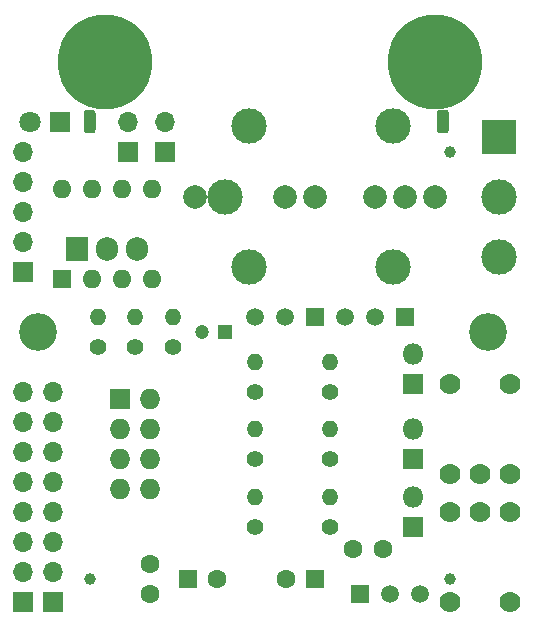
<source format=gts>
G04 #@! TF.GenerationSoftware,KiCad,Pcbnew,(5.1.6-0-10_14)*
G04 #@! TF.CreationDate,2021-04-24T23:59:31+01:00*
G04 #@! TF.ProjectId,WiFive55,57694669-7665-4353-952e-6b696361645f,0.13*
G04 #@! TF.SameCoordinates,Original*
G04 #@! TF.FileFunction,Soldermask,Top*
G04 #@! TF.FilePolarity,Negative*
%FSLAX46Y46*%
G04 Gerber Fmt 4.6, Leading zero omitted, Abs format (unit mm)*
G04 Created by KiCad (PCBNEW (5.1.6-0-10_14)) date 2021-04-24 23:59:31*
%MOMM*%
%LPD*%
G01*
G04 APERTURE LIST*
%ADD10C,2.000000*%
%ADD11C,1.600000*%
%ADD12R,1.600000X1.600000*%
%ADD13C,1.200000*%
%ADD14R,1.200000X1.200000*%
%ADD15O,1.400000X1.400000*%
%ADD16C,1.400000*%
%ADD17C,0.900000*%
%ADD18C,8.000000*%
%ADD19O,1.905000X2.000000*%
%ADD20R,1.905000X2.000000*%
%ADD21R,1.500000X1.500000*%
%ADD22C,1.500000*%
%ADD23O,1.700000X1.700000*%
%ADD24R,1.700000X1.700000*%
%ADD25C,1.000000*%
%ADD26O,1.727200X1.727200*%
%ADD27R,1.727200X1.727200*%
%ADD28C,3.200000*%
%ADD29O,1.600000X1.600000*%
%ADD30C,1.800000*%
%ADD31R,1.800000X1.800000*%
%ADD32C,3.000000*%
%ADD33R,3.000000X3.000000*%
%ADD34O,1.800000X1.800000*%
%ADD35C,1.778000*%
G04 APERTURE END LIST*
D10*
X137795000Y-59690000D03*
X135255000Y-59690000D03*
X132715000Y-59690000D03*
X127635000Y-59690000D03*
X125095000Y-59690000D03*
X117475000Y-59690000D03*
D11*
X119340000Y-92075000D03*
D12*
X116840000Y-92075000D03*
D11*
X125135000Y-92075000D03*
D12*
X127635000Y-92075000D03*
D13*
X118015000Y-71120000D03*
D14*
X120015000Y-71120000D03*
D15*
X115570000Y-69850000D03*
D16*
X115570000Y-72390000D03*
D17*
X138943050Y-45488362D03*
X136646950Y-45488361D03*
X135023362Y-47111950D03*
X135023361Y-49408050D03*
X136646950Y-51031638D03*
X138943050Y-51031639D03*
X140566638Y-49408050D03*
X140566639Y-47111950D03*
D18*
X137795000Y-48260000D03*
D17*
X111003050Y-45488362D03*
X108706950Y-45488361D03*
X107083362Y-47111950D03*
X107083361Y-49408050D03*
X108706950Y-51031638D03*
X111003050Y-51031639D03*
X112626638Y-49408050D03*
X112626639Y-47111950D03*
D18*
X109855000Y-48260000D03*
G36*
G01*
X109030000Y-52590000D02*
X109030000Y-54090000D01*
G75*
G02*
X108780000Y-54340000I-250000J0D01*
G01*
X108280000Y-54340000D01*
G75*
G02*
X108030000Y-54090000I0J250000D01*
G01*
X108030000Y-52590000D01*
G75*
G02*
X108280000Y-52340000I250000J0D01*
G01*
X108780000Y-52340000D01*
G75*
G02*
X109030000Y-52590000I0J-250000D01*
G01*
G37*
G36*
G01*
X138930000Y-52590000D02*
X138930000Y-54090000D01*
G75*
G02*
X138680000Y-54340000I-250000J0D01*
G01*
X138180000Y-54340000D01*
G75*
G02*
X137930000Y-54090000I0J250000D01*
G01*
X137930000Y-52590000D01*
G75*
G02*
X138180000Y-52340000I250000J0D01*
G01*
X138680000Y-52340000D01*
G75*
G02*
X138930000Y-52590000I0J-250000D01*
G01*
G37*
D19*
X112530000Y-64135000D03*
X109990000Y-64135000D03*
D20*
X107450000Y-64135000D03*
D21*
X135255000Y-69850000D03*
D22*
X130175000Y-69850000D03*
X132715000Y-69850000D03*
D21*
X127635000Y-69850000D03*
D22*
X122555000Y-69850000D03*
X125095000Y-69850000D03*
D23*
X111760000Y-53340000D03*
D24*
X111760000Y-55880000D03*
D23*
X114935000Y-53340000D03*
D24*
X114935000Y-55880000D03*
D15*
X122555000Y-85090000D03*
D16*
X122555000Y-87630000D03*
D15*
X122555000Y-73660000D03*
D16*
X122555000Y-76200000D03*
D15*
X128905000Y-73660000D03*
D16*
X128905000Y-76200000D03*
D15*
X128905000Y-79375000D03*
D16*
X128905000Y-81915000D03*
D15*
X128905000Y-85090000D03*
D16*
X128905000Y-87630000D03*
D15*
X112395000Y-69850000D03*
D16*
X112395000Y-72390000D03*
D15*
X122555000Y-79375000D03*
D16*
X122555000Y-81915000D03*
D15*
X109220000Y-69850000D03*
D16*
X109220000Y-72390000D03*
D25*
X139065000Y-55880000D03*
X108585000Y-92075000D03*
X139065000Y-92075000D03*
D21*
X131445000Y-93345000D03*
D22*
X136525000Y-93345000D03*
X133985000Y-93345000D03*
D23*
X105410000Y-76200000D03*
X105410000Y-78740000D03*
X105410000Y-81280000D03*
X105410000Y-83820000D03*
X105410000Y-86360000D03*
X105410000Y-88900000D03*
X105410000Y-91440000D03*
D24*
X105410000Y-93980000D03*
D23*
X102870000Y-76200000D03*
X102870000Y-78740000D03*
X102870000Y-81280000D03*
X102870000Y-83820000D03*
X102870000Y-86360000D03*
X102870000Y-88900000D03*
X102870000Y-91440000D03*
D24*
X102870000Y-93980000D03*
D23*
X102870000Y-55880000D03*
X102870000Y-58420000D03*
X102870000Y-60960000D03*
X102870000Y-63500000D03*
D24*
X102870000Y-66040000D03*
D26*
X113665000Y-84455000D03*
X111125000Y-84455000D03*
X113665000Y-81915000D03*
X111125000Y-81915000D03*
X113665000Y-79375000D03*
X111125000Y-79375000D03*
X113665000Y-76835000D03*
D27*
X111125000Y-76835000D03*
D28*
X142240000Y-71120000D03*
X104140000Y-71120000D03*
D11*
X113665000Y-93305000D03*
X113665000Y-90805000D03*
D29*
X106180000Y-59055000D03*
X113800000Y-66675000D03*
X108720000Y-59055000D03*
X111260000Y-66675000D03*
X111260000Y-59055000D03*
X108720000Y-66675000D03*
X113800000Y-59055000D03*
D12*
X106180000Y-66675000D03*
D30*
X103505000Y-53340000D03*
D31*
X106045000Y-53340000D03*
D32*
X143192500Y-64770000D03*
X143192500Y-59690000D03*
D33*
X143192500Y-54610000D03*
D34*
X135890000Y-73025000D03*
D31*
X135890000Y-75565000D03*
D34*
X135890000Y-85090000D03*
D31*
X135890000Y-87630000D03*
D34*
X135890000Y-79375000D03*
D31*
X135890000Y-81915000D03*
D35*
X144145000Y-86360000D03*
X141605000Y-86360000D03*
X139065000Y-86360000D03*
X139065000Y-93980000D03*
X144145000Y-93980000D03*
X139065000Y-83185000D03*
X141605000Y-83185000D03*
X144145000Y-83185000D03*
X144145000Y-75565000D03*
X139065000Y-75565000D03*
D32*
X120015000Y-59690000D03*
X122015000Y-53690000D03*
X134215000Y-53690000D03*
X134215000Y-65690000D03*
X122015000Y-65690000D03*
D11*
X130850000Y-89535000D03*
X133350000Y-89535000D03*
M02*

</source>
